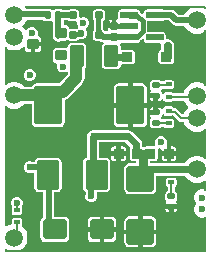
<source format=gtl>
G04*
G04 #@! TF.GenerationSoftware,Altium Limited,Altium Designer,22.9.1 (49)*
G04*
G04 Layer_Physical_Order=1*
G04 Layer_Color=8048618*
%FSLAX25Y25*%
%MOIN*%
G70*
G04*
G04 #@! TF.SameCoordinates,8D543CD6-7AF1-4966-96E4-A8ABC0BAE417*
G04*
G04*
G04 #@! TF.FilePolarity,Positive*
G04*
G01*
G75*
%ADD12C,0.00787*%
%ADD15C,0.01968*%
%ADD16C,0.01575*%
G04:AMPARAMS|DCode=20|XSize=74.8mil|YSize=98.43mil|CornerRadius=7.48mil|HoleSize=0mil|Usage=FLASHONLY|Rotation=0.000|XOffset=0mil|YOffset=0mil|HoleType=Round|Shape=RoundedRectangle|*
%AMROUNDEDRECTD20*
21,1,0.07480,0.08346,0,0,0.0*
21,1,0.05984,0.09843,0,0,0.0*
1,1,0.01496,0.02992,-0.04173*
1,1,0.01496,-0.02992,-0.04173*
1,1,0.01496,-0.02992,0.04173*
1,1,0.01496,0.02992,0.04173*
%
%ADD20ROUNDEDRECTD20*%
G04:AMPARAMS|DCode=21|XSize=86.61mil|YSize=90.55mil|CornerRadius=8.66mil|HoleSize=0mil|Usage=FLASHONLY|Rotation=270.000|XOffset=0mil|YOffset=0mil|HoleType=Round|Shape=RoundedRectangle|*
%AMROUNDEDRECTD21*
21,1,0.08661,0.07323,0,0,270.0*
21,1,0.06929,0.09055,0,0,270.0*
1,1,0.01732,-0.03661,-0.03465*
1,1,0.01732,-0.03661,0.03465*
1,1,0.01732,0.03661,0.03465*
1,1,0.01732,0.03661,-0.03465*
%
%ADD21ROUNDEDRECTD21*%
G04:AMPARAMS|DCode=22|XSize=78.74mil|YSize=66.93mil|CornerRadius=6.69mil|HoleSize=0mil|Usage=FLASHONLY|Rotation=180.000|XOffset=0mil|YOffset=0mil|HoleType=Round|Shape=RoundedRectangle|*
%AMROUNDEDRECTD22*
21,1,0.07874,0.05354,0,0,180.0*
21,1,0.06535,0.06693,0,0,180.0*
1,1,0.01339,-0.03268,0.02677*
1,1,0.01339,0.03268,0.02677*
1,1,0.01339,0.03268,-0.02677*
1,1,0.01339,-0.03268,-0.02677*
%
%ADD22ROUNDEDRECTD22*%
G04:AMPARAMS|DCode=23|XSize=35.43mil|YSize=37.4mil|CornerRadius=3.54mil|HoleSize=0mil|Usage=FLASHONLY|Rotation=90.000|XOffset=0mil|YOffset=0mil|HoleType=Round|Shape=RoundedRectangle|*
%AMROUNDEDRECTD23*
21,1,0.03543,0.03032,0,0,90.0*
21,1,0.02835,0.03740,0,0,90.0*
1,1,0.00709,0.01516,0.01417*
1,1,0.00709,0.01516,-0.01417*
1,1,0.00709,-0.01516,-0.01417*
1,1,0.00709,-0.01516,0.01417*
%
%ADD23ROUNDEDRECTD23*%
G04:AMPARAMS|DCode=24|XSize=35.43mil|YSize=37.4mil|CornerRadius=3.54mil|HoleSize=0mil|Usage=FLASHONLY|Rotation=90.000|XOffset=0mil|YOffset=0mil|HoleType=Round|Shape=RoundedRectangle|*
%AMROUNDEDRECTD24*
21,1,0.03543,0.03032,0,0,90.0*
21,1,0.02835,0.03740,0,0,90.0*
1,1,0.00709,0.01516,0.01417*
1,1,0.00709,0.01516,-0.01417*
1,1,0.00709,-0.01516,-0.01417*
1,1,0.00709,-0.01516,0.01417*
%
%ADD24ROUNDEDRECTD24*%
G04:AMPARAMS|DCode=25|XSize=21.65mil|YSize=57.09mil|CornerRadius=2.17mil|HoleSize=0mil|Usage=FLASHONLY|Rotation=270.000|XOffset=0mil|YOffset=0mil|HoleType=Round|Shape=RoundedRectangle|*
%AMROUNDEDRECTD25*
21,1,0.02165,0.05276,0,0,270.0*
21,1,0.01732,0.05709,0,0,270.0*
1,1,0.00433,-0.02638,-0.00866*
1,1,0.00433,-0.02638,0.00866*
1,1,0.00433,0.02638,0.00866*
1,1,0.00433,0.02638,-0.00866*
%
%ADD25ROUNDEDRECTD25*%
G04:AMPARAMS|DCode=26|XSize=21.65mil|YSize=57.09mil|CornerRadius=2.17mil|HoleSize=0mil|Usage=FLASHONLY|Rotation=270.000|XOffset=0mil|YOffset=0mil|HoleType=Round|Shape=RoundedRectangle|*
%AMROUNDEDRECTD26*
21,1,0.02165,0.05276,0,0,270.0*
21,1,0.01732,0.05709,0,0,270.0*
1,1,0.00433,-0.02638,-0.00866*
1,1,0.00433,-0.02638,0.00866*
1,1,0.00433,0.02638,0.00866*
1,1,0.00433,0.02638,-0.00866*
%
%ADD26ROUNDEDRECTD26*%
G04:AMPARAMS|DCode=27|XSize=35.83mil|YSize=33.47mil|CornerRadius=3.35mil|HoleSize=0mil|Usage=FLASHONLY|Rotation=0.000|XOffset=0mil|YOffset=0mil|HoleType=Round|Shape=RoundedRectangle|*
%AMROUNDEDRECTD27*
21,1,0.03583,0.02677,0,0,0.0*
21,1,0.02913,0.03347,0,0,0.0*
1,1,0.00669,0.01457,-0.01339*
1,1,0.00669,-0.01457,-0.01339*
1,1,0.00669,-0.01457,0.01339*
1,1,0.00669,0.01457,0.01339*
%
%ADD27ROUNDEDRECTD27*%
G04:AMPARAMS|DCode=28|XSize=94.49mil|YSize=129.92mil|CornerRadius=9.45mil|HoleSize=0mil|Usage=FLASHONLY|Rotation=0.000|XOffset=0mil|YOffset=0mil|HoleType=Round|Shape=RoundedRectangle|*
%AMROUNDEDRECTD28*
21,1,0.09449,0.11102,0,0,0.0*
21,1,0.07559,0.12992,0,0,0.0*
1,1,0.01890,0.03780,-0.05551*
1,1,0.01890,-0.03780,-0.05551*
1,1,0.01890,-0.03780,0.05551*
1,1,0.01890,0.03780,0.05551*
%
%ADD28ROUNDEDRECTD28*%
G04:AMPARAMS|DCode=29|XSize=70.87mil|YSize=45.28mil|CornerRadius=4.53mil|HoleSize=0mil|Usage=FLASHONLY|Rotation=90.000|XOffset=0mil|YOffset=0mil|HoleType=Round|Shape=RoundedRectangle|*
%AMROUNDEDRECTD29*
21,1,0.07087,0.03622,0,0,90.0*
21,1,0.06181,0.04528,0,0,90.0*
1,1,0.00906,0.01811,0.03091*
1,1,0.00906,0.01811,-0.03091*
1,1,0.00906,-0.01811,-0.03091*
1,1,0.00906,-0.01811,0.03091*
%
%ADD29ROUNDEDRECTD29*%
G04:AMPARAMS|DCode=30|XSize=33.47mil|YSize=33.47mil|CornerRadius=3.35mil|HoleSize=0mil|Usage=FLASHONLY|Rotation=0.000|XOffset=0mil|YOffset=0mil|HoleType=Round|Shape=RoundedRectangle|*
%AMROUNDEDRECTD30*
21,1,0.03347,0.02677,0,0,0.0*
21,1,0.02677,0.03347,0,0,0.0*
1,1,0.00669,0.01339,-0.01339*
1,1,0.00669,-0.01339,-0.01339*
1,1,0.00669,-0.01339,0.01339*
1,1,0.00669,0.01339,0.01339*
%
%ADD30ROUNDEDRECTD30*%
G04:AMPARAMS|DCode=31|XSize=15.75mil|YSize=19.68mil|CornerRadius=1.58mil|HoleSize=0mil|Usage=FLASHONLY|Rotation=270.000|XOffset=0mil|YOffset=0mil|HoleType=Round|Shape=RoundedRectangle|*
%AMROUNDEDRECTD31*
21,1,0.01575,0.01654,0,0,270.0*
21,1,0.01260,0.01968,0,0,270.0*
1,1,0.00315,-0.00827,-0.00630*
1,1,0.00315,-0.00827,0.00630*
1,1,0.00315,0.00827,0.00630*
1,1,0.00315,0.00827,-0.00630*
%
%ADD31ROUNDEDRECTD31*%
G04:AMPARAMS|DCode=32|XSize=23.62mil|YSize=23.62mil|CornerRadius=2.36mil|HoleSize=0mil|Usage=FLASHONLY|Rotation=90.000|XOffset=0mil|YOffset=0mil|HoleType=Round|Shape=RoundedRectangle|*
%AMROUNDEDRECTD32*
21,1,0.02362,0.01890,0,0,90.0*
21,1,0.01890,0.02362,0,0,90.0*
1,1,0.00472,0.00945,0.00945*
1,1,0.00472,0.00945,-0.00945*
1,1,0.00472,-0.00945,-0.00945*
1,1,0.00472,-0.00945,0.00945*
%
%ADD32ROUNDEDRECTD32*%
G04:AMPARAMS|DCode=33|XSize=19.68mil|YSize=23.62mil|CornerRadius=1.97mil|HoleSize=0mil|Usage=FLASHONLY|Rotation=0.000|XOffset=0mil|YOffset=0mil|HoleType=Round|Shape=RoundedRectangle|*
%AMROUNDEDRECTD33*
21,1,0.01968,0.01968,0,0,0.0*
21,1,0.01575,0.02362,0,0,0.0*
1,1,0.00394,0.00787,-0.00984*
1,1,0.00394,-0.00787,-0.00984*
1,1,0.00394,-0.00787,0.00984*
1,1,0.00394,0.00787,0.00984*
%
%ADD33ROUNDEDRECTD33*%
G04:AMPARAMS|DCode=34|XSize=19.68mil|YSize=23.62mil|CornerRadius=1.97mil|HoleSize=0mil|Usage=FLASHONLY|Rotation=270.000|XOffset=0mil|YOffset=0mil|HoleType=Round|Shape=RoundedRectangle|*
%AMROUNDEDRECTD34*
21,1,0.01968,0.01968,0,0,270.0*
21,1,0.01575,0.02362,0,0,270.0*
1,1,0.00394,-0.00984,-0.00787*
1,1,0.00394,-0.00984,0.00787*
1,1,0.00394,0.00984,0.00787*
1,1,0.00394,0.00984,-0.00787*
%
%ADD34ROUNDEDRECTD34*%
%ADD52O,0.00787X0.05906*%
%ADD53O,0.00787X0.03937*%
%ADD54O,0.00787X0.40158*%
%ADD55O,0.66929X0.00787*%
%ADD56O,0.00787X0.18898*%
%ADD57O,0.00787X0.10236*%
%ADD58O,0.00787X0.12992*%
%ADD59O,0.60630X0.00787*%
%ADD60O,0.00787X0.01181*%
%ADD61C,0.02362*%
%ADD62C,0.03150*%
%ADD63C,0.03937*%
%ADD64C,0.02756*%
%ADD65C,0.02362*%
%ADD66C,0.05906*%
G36*
X62081Y81299D02*
X61196Y80788D01*
X60353Y79945D01*
X59791Y78972D01*
X57833D01*
X56590Y80214D01*
X56004Y80606D01*
X55313Y80743D01*
X52933D01*
X52925Y80749D01*
X52533Y80827D01*
X47257D01*
X46866Y80749D01*
X46534Y80527D01*
X46312Y80195D01*
X46234Y79803D01*
Y79473D01*
X45688Y79247D01*
X45158Y79777D01*
X45088Y79824D01*
X45014Y80195D01*
X44792Y80527D01*
X44460Y80749D01*
X44068Y80827D01*
X38793D01*
X38401Y80749D01*
X38069Y80527D01*
X37847Y80195D01*
X37769Y79803D01*
Y78071D01*
X37800Y77914D01*
X37401Y77446D01*
X37343Y77416D01*
X37257Y77433D01*
X37100D01*
Y75444D01*
X36313D01*
Y74657D01*
X34324D01*
Y74499D01*
X34403Y74100D01*
X34087Y73510D01*
X33435D01*
X33212Y73733D01*
X33208Y73753D01*
X32982Y74092D01*
X32714Y74271D01*
Y76945D01*
X32982Y77124D01*
X33208Y77462D01*
X33288Y77861D01*
Y79751D01*
X33208Y80151D01*
X32982Y80489D01*
X32643Y80716D01*
X32244Y80795D01*
X30354D01*
X29955Y80716D01*
X29616Y80489D01*
X29390Y80151D01*
X29311Y79751D01*
Y77861D01*
X29390Y77462D01*
X29503Y77293D01*
Y73922D01*
X29390Y73753D01*
X29311Y73354D01*
Y71464D01*
X29390Y71065D01*
X29616Y70726D01*
X29955Y70500D01*
X30354Y70420D01*
X31419D01*
X31995Y70035D01*
X32686Y69898D01*
X32724D01*
X32903Y69307D01*
X32756Y69208D01*
X32481Y68798D01*
X32385Y68314D01*
Y62133D01*
X32481Y61649D01*
X32756Y61239D01*
X33166Y60965D01*
X33650Y60869D01*
X37272D01*
X37756Y60965D01*
X38166Y61239D01*
X38440Y61649D01*
X38521Y62057D01*
X38603Y62173D01*
X39127Y62487D01*
X39298Y62453D01*
X42211D01*
X42649Y62540D01*
X43020Y62788D01*
X43268Y63159D01*
X43355Y63597D01*
Y66274D01*
X43268Y66712D01*
X43020Y67083D01*
X42649Y67331D01*
X42211Y67418D01*
X39298D01*
X39127Y67384D01*
X38536Y67771D01*
Y68314D01*
X38440Y68798D01*
X38248Y69085D01*
X38254Y69119D01*
X38507Y69569D01*
X38550Y69615D01*
X38793Y69567D01*
X44068D01*
X44460Y69645D01*
X44792Y69867D01*
X45014Y70199D01*
X45071Y70483D01*
X45271Y70617D01*
X45688Y71034D01*
X46234Y70808D01*
Y70591D01*
X46312Y70199D01*
X46534Y69867D01*
X46866Y69645D01*
X47257Y69567D01*
X51653D01*
X52027Y69110D01*
X51952Y68732D01*
Y67351D01*
X51852Y67331D01*
X51481Y67083D01*
X51233Y66712D01*
X51146Y66274D01*
Y63597D01*
X51233Y63159D01*
X51481Y62788D01*
X51852Y62540D01*
X52290Y62453D01*
X55203D01*
X55641Y62540D01*
X56012Y62788D01*
X56260Y63159D01*
X56347Y63597D01*
Y64853D01*
X56368Y64955D01*
Y68732D01*
X56200Y69577D01*
X55721Y70293D01*
X55005Y70772D01*
X54160Y70940D01*
X54013Y70911D01*
X53557Y71285D01*
Y72323D01*
X53479Y72715D01*
X53257Y73047D01*
X52925Y73269D01*
X52533Y73347D01*
X47572D01*
X47465Y73477D01*
Y76805D01*
X47465Y76805D01*
X47664Y77047D01*
X52533D01*
X52925Y77125D01*
X52933Y77131D01*
X54565D01*
X55807Y75888D01*
X56393Y75497D01*
X57085Y75359D01*
X59791D01*
X60353Y74385D01*
X61196Y73542D01*
X62229Y72946D01*
X63380Y72638D01*
X64572D01*
X65724Y72946D01*
X66339Y73301D01*
X66929Y72960D01*
Y56174D01*
X66339Y55833D01*
X65724Y56187D01*
X64572Y56496D01*
X63380D01*
X62229Y56187D01*
X61196Y55591D01*
X60353Y54748D01*
X59757Y53716D01*
X59520Y52831D01*
X56127D01*
X56032Y52973D01*
X55719Y53182D01*
X55351Y53255D01*
X53697D01*
X53329Y53182D01*
X53016Y52973D01*
X52845Y52716D01*
X52803Y52714D01*
X52254Y52843D01*
X52178Y53227D01*
X51960Y53552D01*
Y53944D01*
X52409Y54444D01*
X53077D01*
X53329Y54276D01*
X53697Y54202D01*
X55351D01*
X55719Y54276D01*
X56032Y54484D01*
X56241Y54797D01*
X56314Y55166D01*
Y56425D01*
X56241Y56794D01*
X56032Y57107D01*
X55719Y57315D01*
X55351Y57389D01*
X53697D01*
X53329Y57315D01*
X53016Y57107D01*
X52846Y56852D01*
X52123D01*
X51960Y57096D01*
X51635Y57313D01*
X51251Y57390D01*
X49282D01*
X48898Y57313D01*
X48572Y57096D01*
X48355Y56770D01*
X48279Y56386D01*
Y54811D01*
X48355Y54427D01*
X48572Y54102D01*
Y53552D01*
X48355Y53227D01*
X48279Y52843D01*
D01*
X50266D01*
Y52055D01*
X51054D01*
Y50264D01*
X51251D01*
X51635Y50341D01*
X51960Y50558D01*
X52165Y50865D01*
X52253Y50879D01*
X52772Y50842D01*
X52807Y50663D01*
X53016Y50350D01*
X53329Y50142D01*
X53697Y50068D01*
X55351D01*
X55719Y50142D01*
X56032Y50350D01*
X56080Y50422D01*
X59703D01*
X59757Y50221D01*
X60353Y49189D01*
X60913Y48629D01*
X61132Y48228D01*
X60913Y47827D01*
X60353Y47268D01*
X59757Y46236D01*
X59719Y46092D01*
X59062Y45924D01*
X57432Y47554D01*
X57041Y47815D01*
X56581Y47907D01*
X56241Y47947D01*
X56032Y48260D01*
X55719Y48469D01*
X55351Y48542D01*
X53697D01*
X53329Y48469D01*
X53016Y48260D01*
X52807Y47947D01*
X52772Y47768D01*
X52253Y47732D01*
X52165Y47746D01*
X51960Y48052D01*
X51635Y48270D01*
X51251Y48346D01*
X51054D01*
Y46555D01*
X50266D01*
Y45768D01*
X48279D01*
X48355Y45384D01*
X48572Y45058D01*
Y44509D01*
X48355Y44183D01*
X48279Y43799D01*
Y42224D01*
X48355Y41840D01*
X48572Y41515D01*
X48898Y41297D01*
X49282Y41221D01*
X51251D01*
X51635Y41297D01*
X51960Y41515D01*
X52090Y41709D01*
X52879D01*
X53016Y41504D01*
X53329Y41295D01*
X53697Y41222D01*
X55351D01*
X55719Y41295D01*
X56032Y41504D01*
X56241Y41816D01*
X56314Y42185D01*
Y43445D01*
X56241Y43813D01*
X56032Y44126D01*
X55719Y44335D01*
X55351Y44408D01*
X53697D01*
X53329Y44335D01*
X53016Y44126D01*
X53010Y44118D01*
X52191D01*
X52178Y44183D01*
X51960Y44509D01*
Y45058D01*
X52178Y45384D01*
X52254Y45768D01*
X52803Y45897D01*
X52845Y45894D01*
X53016Y45638D01*
X53329Y45429D01*
X53697Y45355D01*
X55351D01*
X55719Y45429D01*
X55824Y45498D01*
X56082D01*
X57944Y43637D01*
X58334Y43376D01*
X58795Y43284D01*
X59612D01*
X59757Y42741D01*
X60353Y41708D01*
X61196Y40865D01*
X62229Y40269D01*
X63380Y39961D01*
X64572D01*
X65724Y40269D01*
X66339Y40624D01*
X66929Y40283D01*
Y31764D01*
X66339Y31423D01*
X65724Y31778D01*
X64572Y32087D01*
X63380D01*
X62229Y31778D01*
X61196Y31182D01*
X60353Y30339D01*
X59846Y29461D01*
X49025D01*
X48740Y29517D01*
X48398D01*
Y30195D01*
X49764D01*
X50202Y30282D01*
X50573Y30530D01*
X50821Y30901D01*
X50908Y31339D01*
Y34016D01*
X50870Y34209D01*
X51345Y34651D01*
X51633Y34532D01*
X51664D01*
X52163Y34016D01*
Y33465D01*
X53858D01*
Y35730D01*
X53844Y35750D01*
X53993Y36109D01*
Y36892D01*
X53693Y37615D01*
X53139Y38169D01*
X52416Y38469D01*
X51633D01*
X50909Y38169D01*
X50355Y37615D01*
X50056Y36892D01*
Y36109D01*
X50238Y35667D01*
X49820Y35149D01*
X49764Y35160D01*
X47087D01*
X46714Y35086D01*
X45766D01*
X45761Y35087D01*
Y35813D01*
X45608Y36581D01*
X45173Y37232D01*
X42403Y40002D01*
X41752Y40437D01*
X40984Y40590D01*
X29550D01*
X29240Y40528D01*
X29135D01*
X29038Y40488D01*
X28782Y40437D01*
X28564Y40292D01*
X28412Y40228D01*
X28295Y40112D01*
X28130Y40002D01*
X27907Y39779D01*
X27472Y39127D01*
X27319Y38359D01*
Y31289D01*
X26921Y31210D01*
X26413Y30871D01*
X26073Y30363D01*
X25954Y29764D01*
Y21417D01*
X26073Y20818D01*
X26413Y20310D01*
X26921Y19971D01*
X26934Y19968D01*
Y19287D01*
X26772Y18895D01*
Y18112D01*
X27071Y17389D01*
X27625Y16835D01*
X28349Y16535D01*
X29132D01*
X29855Y16835D01*
X30409Y17389D01*
X30709Y18112D01*
Y18895D01*
X30547Y19287D01*
Y19852D01*
X33504D01*
X34103Y19971D01*
X34611Y20310D01*
X34950Y20818D01*
X35069Y21417D01*
Y29764D01*
X34950Y30363D01*
X34611Y30871D01*
X34103Y31210D01*
X33504Y31329D01*
X31334D01*
Y36576D01*
X40153D01*
X41747Y34982D01*
Y34584D01*
X41660Y34454D01*
X41572Y34016D01*
Y31339D01*
X41660Y30901D01*
X41908Y30530D01*
X42279Y30282D01*
X42717Y30195D01*
X43581D01*
Y29517D01*
X41417D01*
X40772Y29389D01*
X40225Y29024D01*
X39860Y28477D01*
X39731Y27831D01*
Y20902D01*
X39860Y20257D01*
X40225Y19710D01*
X40772Y19345D01*
X41417Y19216D01*
X48740D01*
X49385Y19345D01*
X49932Y19710D01*
X50298Y20257D01*
X50426Y20902D01*
Y25447D01*
X59968D01*
X60353Y24779D01*
X61196Y23936D01*
X62229Y23340D01*
X63380Y23031D01*
X64572D01*
X65724Y23340D01*
X66339Y23695D01*
X66929Y23354D01*
Y21258D01*
X66339Y20805D01*
X66111Y20866D01*
X65385D01*
X64684Y20678D01*
X64056Y20315D01*
X63543Y19802D01*
X63180Y19174D01*
X62992Y18473D01*
Y17747D01*
X63180Y17047D01*
X63543Y16418D01*
X63819Y16142D01*
X63543Y15865D01*
X63180Y15237D01*
X62992Y14536D01*
Y13810D01*
X63180Y13110D01*
X63543Y12481D01*
X64056Y11968D01*
X64684Y11605D01*
X65385Y11417D01*
X66111D01*
X66339Y11478D01*
X66929Y11025D01*
Y0D01*
X5006D01*
X4848Y591D01*
X5733Y1101D01*
X6576Y1944D01*
X7172Y2977D01*
X7480Y4128D01*
Y5320D01*
X7172Y6472D01*
X6576Y7504D01*
X5733Y8347D01*
X5644Y8727D01*
X5686Y8789D01*
X5759Y9158D01*
Y10418D01*
X5686Y10786D01*
X5477Y11099D01*
X5164Y11308D01*
X4795Y11381D01*
X3142D01*
X2773Y11308D01*
X2461Y11099D01*
X2252Y10786D01*
X2179Y10418D01*
Y9204D01*
X1205Y8943D01*
X591Y8589D01*
X0Y8929D01*
Y47960D01*
X591Y48301D01*
X1205Y47946D01*
X2357Y47638D01*
X3549D01*
X4700Y47946D01*
X5733Y48542D01*
X6576Y49385D01*
X6576Y49386D01*
X8844D01*
Y43268D01*
X8979Y42592D01*
X9361Y42019D01*
X9934Y41636D01*
X10610Y41502D01*
X18169D01*
X18845Y41636D01*
X19418Y42019D01*
X19801Y42592D01*
X19936Y43268D01*
Y50681D01*
X20560Y50939D01*
X21136Y51381D01*
X25714Y55959D01*
X26155Y56534D01*
X26433Y57205D01*
X26528Y57924D01*
Y61092D01*
X26748Y61239D01*
X27023Y61649D01*
X27119Y62133D01*
Y68314D01*
X27023Y68798D01*
X26748Y69208D01*
X26338Y69482D01*
X25854Y69579D01*
X22232D01*
X21748Y69482D01*
X21338Y69208D01*
X21064Y68798D01*
X20991Y68431D01*
X20843Y68287D01*
X20718Y68201D01*
X20377Y68046D01*
X20112Y68099D01*
X17080D01*
X16635Y68010D01*
X16257Y67758D01*
X16005Y67380D01*
X15916Y66935D01*
Y64100D01*
X16005Y63655D01*
X16257Y63277D01*
X16635Y63025D01*
X17080Y62936D01*
X17094D01*
X17489Y62346D01*
X17415Y62169D01*
Y61386D01*
X17715Y60663D01*
X18269Y60109D01*
X18992Y59809D01*
X19775D01*
X20378Y60058D01*
X20968Y59807D01*
Y59076D01*
X18029Y56136D01*
X10610D01*
X9934Y56002D01*
X9361Y55619D01*
X8979Y55046D01*
X8958Y54945D01*
X6576D01*
X6576Y54945D01*
X5733Y55788D01*
X4700Y56384D01*
X3549Y56693D01*
X2357D01*
X1205Y56384D01*
X591Y56029D01*
X0Y56371D01*
Y67448D01*
X591Y67789D01*
X1205Y67435D01*
X2357Y67126D01*
X3549D01*
X4700Y67435D01*
X5733Y68031D01*
X6074Y68372D01*
X6664Y68127D01*
Y67840D01*
X6753Y67395D01*
X7005Y67017D01*
X7383Y66765D01*
X7828Y66676D01*
X8557D01*
Y69258D01*
X9344D01*
Y70045D01*
X12024D01*
Y70675D01*
X11935Y71121D01*
X11683Y71498D01*
X11305Y71751D01*
X11288Y71754D01*
X10919Y72407D01*
X11001Y72606D01*
Y73390D01*
X10702Y74113D01*
X10148Y74667D01*
X9425Y74967D01*
X8641D01*
X7918Y74667D01*
X7414Y74163D01*
X7097Y74096D01*
X6783Y74075D01*
X6576Y74433D01*
X6106Y74904D01*
X5750Y75295D01*
X6106Y75687D01*
X6576Y76157D01*
X7172Y77189D01*
X7209Y77328D01*
X12712D01*
X12768Y77243D01*
X13094Y77026D01*
X13478Y76949D01*
X15053D01*
X15412Y77021D01*
X15441Y77023D01*
X16002Y76693D01*
Y74848D01*
X15916Y74415D01*
Y71581D01*
X16005Y71135D01*
X16257Y70758D01*
X16489Y70602D01*
X16531Y70540D01*
X17117Y70148D01*
X17809Y70011D01*
X18500Y70148D01*
X18902Y70417D01*
X20112D01*
X20557Y70505D01*
X20903Y70736D01*
X20955Y70726D01*
X21294Y70500D01*
X21693Y70420D01*
X23583D01*
X23982Y70500D01*
X24321Y70726D01*
X24533Y71044D01*
X24988Y70856D01*
X25771D01*
X26495Y71156D01*
X27049Y71709D01*
X27348Y72433D01*
Y73216D01*
X27061Y73910D01*
X27015Y74081D01*
X27112Y74570D01*
X27169Y74594D01*
X27723Y75147D01*
X28023Y75871D01*
Y76654D01*
X27723Y77378D01*
X27169Y77931D01*
X26446Y78231D01*
X25663D01*
X25217Y78046D01*
X24629Y78389D01*
X24626Y78392D01*
Y79751D01*
X24547Y80151D01*
X24321Y80489D01*
X23982Y80716D01*
X23583Y80795D01*
X21693D01*
X21433Y80743D01*
X19137D01*
X18980Y80848D01*
X18596Y80925D01*
X17021D01*
X16637Y80848D01*
X16312Y80631D01*
X15762D01*
X15437Y80848D01*
X15053Y80925D01*
X14343D01*
X14265Y80940D01*
X7245D01*
X7000Y81364D01*
X7304Y81890D01*
X61923D01*
X62081Y81299D01*
D02*
G37*
G36*
X20955Y77124D02*
X21294Y76897D01*
X21693Y76818D01*
X23540D01*
X23601Y76800D01*
X24086Y76316D01*
Y75871D01*
X24373Y75177D01*
X24419Y75006D01*
X24371Y74765D01*
X23982Y74318D01*
X23583Y74397D01*
X21693D01*
X21276Y74415D01*
X21187Y74861D01*
X20935Y75239D01*
X20557Y75491D01*
X20112Y75579D01*
X19615D01*
Y77131D01*
X20950D01*
X20955Y77124D01*
D02*
G37*
%LPC*%
G36*
X35525Y77433D02*
X35368D01*
X34968Y77353D01*
X34630Y77127D01*
X34403Y76789D01*
X34324Y76389D01*
Y76232D01*
X35525D01*
Y77433D01*
D02*
G37*
G36*
X12024Y68471D02*
X10131D01*
Y66676D01*
X10860D01*
X11305Y66765D01*
X11683Y67017D01*
X11935Y67395D01*
X12024Y67840D01*
Y68471D01*
D02*
G37*
G36*
X8659Y60830D02*
X7876D01*
X7153Y60530D01*
X6599Y59976D01*
X6299Y59253D01*
Y58469D01*
X6599Y57746D01*
X7153Y57192D01*
X7876Y56893D01*
X8659D01*
X9383Y57192D01*
X9937Y57746D01*
X10236Y58469D01*
Y59253D01*
X9937Y59976D01*
X9383Y60530D01*
X8659Y60830D01*
D02*
G37*
G36*
X49479Y51268D02*
X48279D01*
X48355Y50884D01*
X48572Y50558D01*
X48898Y50341D01*
X49282Y50264D01*
X49479D01*
Y51268D01*
D02*
G37*
G36*
X45531Y56136D02*
X42539D01*
Y49606D01*
X47298D01*
Y54370D01*
X47163Y55046D01*
X46780Y55619D01*
X46207Y56002D01*
X45531Y56136D01*
D02*
G37*
G36*
X40965D02*
X37972D01*
X37297Y56002D01*
X36724Y55619D01*
X36341Y55046D01*
X36206Y54370D01*
Y49606D01*
X40965D01*
Y56136D01*
D02*
G37*
G36*
X49479Y48346D02*
X49282D01*
X48898Y48270D01*
X48572Y48052D01*
X48355Y47727D01*
X48279Y47343D01*
D01*
X49479D01*
Y48346D01*
D02*
G37*
G36*
X47298Y48031D02*
X42539D01*
Y41502D01*
X45531D01*
X46207Y41636D01*
X46780Y42019D01*
X47163Y42592D01*
X47298Y43268D01*
Y48031D01*
D02*
G37*
G36*
X40965D02*
X36206D01*
Y43268D01*
X36341Y42592D01*
X36724Y42019D01*
X37297Y41636D01*
X37972Y41502D01*
X40965D01*
Y48031D01*
D02*
G37*
G36*
X39173Y35160D02*
X38622D01*
Y33465D01*
X40317D01*
Y34016D01*
X40230Y34454D01*
X39982Y34825D01*
X39611Y35073D01*
X39173Y35160D01*
D02*
G37*
G36*
X55984D02*
X55433D01*
Y33465D01*
X57128D01*
Y34016D01*
X57041Y34454D01*
X56793Y34825D01*
X56422Y35073D01*
X55984Y35160D01*
D02*
G37*
G36*
X37047D02*
X36496D01*
X36058Y35073D01*
X35687Y34825D01*
X35439Y34454D01*
X35352Y34016D01*
Y33465D01*
X37047D01*
Y35160D01*
D02*
G37*
G36*
X57128Y31890D02*
X55433D01*
Y30195D01*
X55984D01*
X56422Y30282D01*
X56793Y30530D01*
X57041Y30901D01*
X57128Y31339D01*
Y31890D01*
D02*
G37*
G36*
X53858D02*
X52163D01*
Y31339D01*
X52250Y30901D01*
X52498Y30530D01*
X52869Y30282D01*
X53307Y30195D01*
X53858D01*
Y31890D01*
D02*
G37*
G36*
X40317D02*
X38622D01*
Y30195D01*
X39173D01*
X39611Y30282D01*
X39982Y30530D01*
X40230Y30901D01*
X40317Y31339D01*
Y31890D01*
D02*
G37*
G36*
X37047D02*
X35352D01*
Y31339D01*
X35439Y30901D01*
X35687Y30530D01*
X36058Y30282D01*
X36496Y30195D01*
X37047D01*
Y31890D01*
D02*
G37*
G36*
X17362Y31329D02*
X11378D01*
X10779Y31210D01*
X10271Y30871D01*
X9932Y30363D01*
X9851Y29958D01*
X9051D01*
X8659Y30120D01*
X7876D01*
X7153Y29820D01*
X6599Y29266D01*
X6299Y28543D01*
Y27760D01*
X6599Y27036D01*
X7153Y26482D01*
X7876Y26183D01*
X8659D01*
X9051Y26345D01*
X9812D01*
Y21417D01*
X9932Y20818D01*
X10271Y20310D01*
X10779Y19971D01*
X11378Y19852D01*
X12713D01*
Y11532D01*
X12699Y11530D01*
X12218Y11208D01*
X11896Y10726D01*
X11783Y10158D01*
Y4803D01*
X11896Y4235D01*
X12218Y3753D01*
X12699Y3431D01*
X13268Y3318D01*
X19803D01*
X20371Y3431D01*
X20853Y3753D01*
X21175Y4235D01*
X21288Y4803D01*
Y10158D01*
X21175Y10726D01*
X20853Y11208D01*
X20371Y11530D01*
X19803Y11643D01*
X16326D01*
Y19852D01*
X17362D01*
X17961Y19971D01*
X18469Y20310D01*
X18809Y20818D01*
X18928Y21417D01*
Y29764D01*
X18809Y30363D01*
X18469Y30871D01*
X17961Y31210D01*
X17362Y31329D01*
D02*
G37*
G36*
X56243Y24759D02*
X54590D01*
X54221Y24686D01*
X53908Y24477D01*
X53700Y24165D01*
X53626Y23796D01*
Y22536D01*
X53700Y22167D01*
X53908Y21855D01*
X54212Y21652D01*
Y20290D01*
X54048Y20257D01*
X53723Y20040D01*
X53505Y19714D01*
X53429Y19330D01*
Y17755D01*
X53505Y17371D01*
X53723Y17046D01*
Y16496D01*
X53505Y16171D01*
X53429Y15787D01*
D01*
X55416D01*
X57404D01*
X57328Y16171D01*
X57110Y16496D01*
Y17046D01*
X57328Y17371D01*
X57404Y17755D01*
Y19330D01*
X57328Y19714D01*
X57110Y20040D01*
X56785Y20257D01*
X56621Y20290D01*
Y21652D01*
X56924Y21855D01*
X57133Y22167D01*
X57207Y22536D01*
Y23796D01*
X57133Y24165D01*
X56924Y24477D01*
X56612Y24686D01*
X56243Y24759D01*
D02*
G37*
G36*
X57404Y14212D02*
X56204D01*
Y13208D01*
X56401D01*
X56785Y13285D01*
X57110Y13502D01*
X57328Y13828D01*
X57404Y14212D01*
D01*
D02*
G37*
G36*
X54629D02*
X53429D01*
X53505Y13828D01*
X53723Y13502D01*
X54048Y13285D01*
X54432Y13208D01*
X54629D01*
Y14212D01*
D02*
G37*
G36*
X4329Y18300D02*
X3545D01*
X2822Y18000D01*
X2268Y17447D01*
X1969Y16723D01*
Y15940D01*
X2268Y15217D01*
X2377Y15108D01*
X2252Y14920D01*
X2179Y14552D01*
Y13292D01*
X2252Y12923D01*
X2461Y12610D01*
X2773Y12402D01*
X3142Y12328D01*
X4795D01*
X5164Y12402D01*
X5477Y12610D01*
X5686Y12923D01*
X5759Y13292D01*
Y14552D01*
X5686Y14920D01*
X5535Y15146D01*
X5606Y15217D01*
X5906Y15940D01*
Y16723D01*
X5606Y17447D01*
X5052Y18000D01*
X4329Y18300D01*
D02*
G37*
G36*
X35551Y11643D02*
X33071D01*
Y8268D01*
X37036D01*
Y10158D01*
X36923Y10726D01*
X36601Y11208D01*
X36120Y11530D01*
X35551Y11643D01*
D02*
G37*
G36*
X31496D02*
X29016D01*
X28447Y11530D01*
X27966Y11208D01*
X27644Y10726D01*
X27531Y10158D01*
Y8268D01*
X31496D01*
Y11643D01*
D02*
G37*
G36*
X48740Y11801D02*
X45866D01*
Y7438D01*
X50426D01*
Y10115D01*
X50298Y10760D01*
X49932Y11307D01*
X49385Y11672D01*
X48740Y11801D01*
D02*
G37*
G36*
X44291D02*
X41417D01*
X40772Y11672D01*
X40225Y11307D01*
X39860Y10760D01*
X39731Y10115D01*
Y7438D01*
X44291D01*
Y11801D01*
D02*
G37*
G36*
X37036Y6693D02*
X33071D01*
Y3318D01*
X35551D01*
X36120Y3431D01*
X36601Y3753D01*
X36923Y4235D01*
X37036Y4803D01*
Y6693D01*
D02*
G37*
G36*
X31496D02*
X27531D01*
Y4803D01*
X27644Y4235D01*
X27966Y3753D01*
X28447Y3431D01*
X29016Y3318D01*
X31496D01*
Y6693D01*
D02*
G37*
G36*
X50426Y5863D02*
X45866D01*
Y1500D01*
X48740D01*
X49385Y1628D01*
X49932Y1994D01*
X50298Y2541D01*
X50426Y3186D01*
Y5863D01*
D02*
G37*
G36*
X44291D02*
X39731D01*
Y3186D01*
X39860Y2541D01*
X40225Y1994D01*
X40772Y1628D01*
X41417Y1500D01*
X44291D01*
Y5863D01*
D02*
G37*
%LPD*%
D12*
X54559Y51626D02*
X64567D01*
X54770Y46703D02*
X56581D01*
X58795Y44488D01*
X63976D01*
X3953Y4642D02*
Y9772D01*
X54524Y46949D02*
X54770Y46703D01*
X50365Y42913D02*
X54426D01*
X54524Y42815D01*
X50266Y43012D02*
X50365Y42913D01*
X50414Y55648D02*
X54376D01*
X3937Y16332D02*
X3953Y16316D01*
Y13938D02*
Y16316D01*
Y13938D02*
X3969Y13922D01*
X55416Y18543D02*
Y23166D01*
Y27300D02*
X55515Y27398D01*
X3953Y9772D02*
X3969Y9788D01*
X3937Y4626D02*
X3953Y4642D01*
D15*
X55313Y78937D02*
X57085Y77165D01*
X63976D01*
X49895Y78937D02*
X55313D01*
X11810Y28151D02*
X14370Y25591D01*
X8268Y28151D02*
X11810D01*
X14519Y8533D02*
Y21898D01*
X13190Y23227D02*
X14519Y21898D01*
X3740Y79134D02*
X14265D01*
X28740Y18504D02*
Y23819D01*
X14265Y78937D02*
Y79134D01*
X17809Y71817D02*
Y78937D01*
X22402D01*
X36313Y71507D02*
X36338Y71482D01*
X41405D01*
X41431Y71457D01*
X36116Y71704D02*
X36313Y71507D01*
X31194Y73196D02*
X32686Y71704D01*
X35328D01*
D16*
X22533Y72409D02*
X22798Y72674D01*
X25229D02*
X25380Y72825D01*
X22798Y72674D02*
X25229D01*
X31108Y73282D02*
X31194Y73196D01*
X31108Y73282D02*
Y78720D01*
X31194Y78806D01*
X36436Y75321D02*
X41307D01*
X36313Y75444D02*
X36436Y75321D01*
X41307D02*
X41431Y75197D01*
X44135Y71752D02*
X45860Y73476D01*
X41726Y71752D02*
X44135D01*
X45860Y73476D02*
Y76805D01*
X41431Y71457D02*
X41726Y71752D01*
X44023Y78642D02*
X45860Y76805D01*
X41431Y78937D02*
X41726Y78642D01*
X44023D01*
D20*
X14370Y25591D02*
D03*
X30512D02*
D03*
D21*
X45079Y24367D02*
D03*
Y6650D02*
D03*
D22*
X16535Y7480D02*
D03*
X32283D02*
D03*
D23*
X18596Y65518D02*
D03*
X9344Y69258D02*
D03*
D24*
X18596Y72998D02*
D03*
D25*
X49895Y78937D02*
D03*
Y71457D02*
D03*
X41431D02*
D03*
Y75197D02*
D03*
D26*
X41431Y78937D02*
D03*
D27*
X40755Y64936D02*
D03*
X53747D02*
D03*
D28*
X41752Y48819D02*
D03*
X14390D02*
D03*
D29*
X24043Y65224D02*
D03*
X35461D02*
D03*
D30*
X48425Y32677D02*
D03*
X54646D02*
D03*
X37835D02*
D03*
X44055D02*
D03*
D31*
X3969Y13922D02*
D03*
Y9788D02*
D03*
X54524Y55796D02*
D03*
Y51662D02*
D03*
Y42815D02*
D03*
Y46949D02*
D03*
X55416Y23166D02*
D03*
Y27300D02*
D03*
D32*
X36313Y75444D02*
D03*
Y71507D02*
D03*
X31299Y72409D02*
D03*
X22638D02*
D03*
X31299Y78806D02*
D03*
X22638D02*
D03*
D33*
X17809Y78937D02*
D03*
X14265D02*
D03*
D34*
X50266Y52055D02*
D03*
Y55599D02*
D03*
Y43012D02*
D03*
Y46555D02*
D03*
X55416Y18543D02*
D03*
Y14999D02*
D03*
D52*
X66535Y9055D02*
D03*
D53*
Y22047D02*
D03*
D54*
X394Y28543D02*
D03*
D55*
X33465Y394D02*
D03*
D56*
X66535Y64764D02*
D03*
D57*
Y35827D02*
D03*
D58*
X394Y62008D02*
D03*
D59*
X36614Y81496D02*
D03*
D60*
X394Y591D02*
D03*
X66535Y81299D02*
D03*
D61*
X47378Y27454D02*
X63871D01*
X63976Y27559D01*
X29326Y26776D02*
Y38359D01*
X29550Y38583D01*
X40984D01*
X43754Y32978D02*
Y35813D01*
Y32978D02*
X44055Y32677D01*
X40984Y38583D02*
X43754Y35813D01*
X29326Y26776D02*
X30512Y25591D01*
X35461Y65224D02*
X35605Y65080D01*
X41004D02*
X41148Y64936D01*
X35605Y65080D02*
X41004D01*
D62*
X45990Y25278D02*
Y32677D01*
X47638D01*
X44703D02*
X45990D01*
X45079Y24367D02*
X45990Y25278D01*
D63*
X14643Y50844D02*
X17146Y53347D01*
X19170D02*
X23748Y57924D01*
Y63649D01*
X17146Y53347D02*
X19170D01*
X14643Y48819D02*
Y50844D01*
X2953Y52165D02*
X11634D01*
X14390Y48819D02*
Y49409D01*
X11634Y52165D02*
X14390Y49409D01*
X23748Y63649D02*
X24022Y63923D01*
D64*
X54160Y64955D02*
Y68732D01*
X54140Y64936D02*
X54160Y64955D01*
D65*
X65748Y18110D02*
D03*
Y14173D02*
D03*
X65345Y22029D02*
D03*
X52024Y36500D02*
D03*
X51575Y18110D02*
D03*
X58368Y32605D02*
D03*
X58376Y23754D02*
D03*
X29527Y38560D02*
D03*
X35415Y48539D02*
D03*
X32666Y32967D02*
D03*
X5512Y36417D02*
D03*
X9449Y33465D02*
D03*
X29851Y61535D02*
D03*
X51091Y13780D02*
D03*
X38406Y8262D02*
D03*
X58933Y15109D02*
D03*
X8206Y8193D02*
D03*
X10925Y1828D02*
D03*
X20669D02*
D03*
X55726Y2749D02*
D03*
X59699Y7054D02*
D03*
X51419Y48964D02*
D03*
X56693Y37402D02*
D03*
X62598Y35433D02*
D03*
Y70866D02*
D03*
X58661Y64961D02*
D03*
X62598Y59055D02*
D03*
X54724Y72835D02*
D03*
X13118Y66649D02*
D03*
X4723Y64322D02*
D03*
X3543Y59055D02*
D03*
Y43307D02*
D03*
Y31496D02*
D03*
X5512Y25591D02*
D03*
X3543Y19685D02*
D03*
X9033Y72998D02*
D03*
X19384Y61778D02*
D03*
X26054Y76262D02*
D03*
X25380Y72825D02*
D03*
X10354Y12044D02*
D03*
X54205Y68777D02*
D03*
X38406Y1969D02*
D03*
X44882Y68110D02*
D03*
X3937Y16332D02*
D03*
X28740Y18504D02*
D03*
X33071Y58653D02*
D03*
X8268Y58861D02*
D03*
Y28151D02*
D03*
X43602Y57905D02*
D03*
X54724Y59055D02*
D03*
X55834Y10222D02*
D03*
X34343Y80425D02*
D03*
X22895Y8250D02*
D03*
X25197Y33465D02*
D03*
X22441Y75590D02*
D03*
X33922Y76362D02*
D03*
X29222Y1828D02*
D03*
X51844Y6538D02*
D03*
D66*
X2953Y71653D02*
D03*
Y4724D02*
D03*
Y52165D02*
D03*
X63976Y51968D02*
D03*
Y77165D02*
D03*
Y27559D02*
D03*
Y44488D02*
D03*
Y2953D02*
D03*
X2953Y78937D02*
D03*
M02*

</source>
